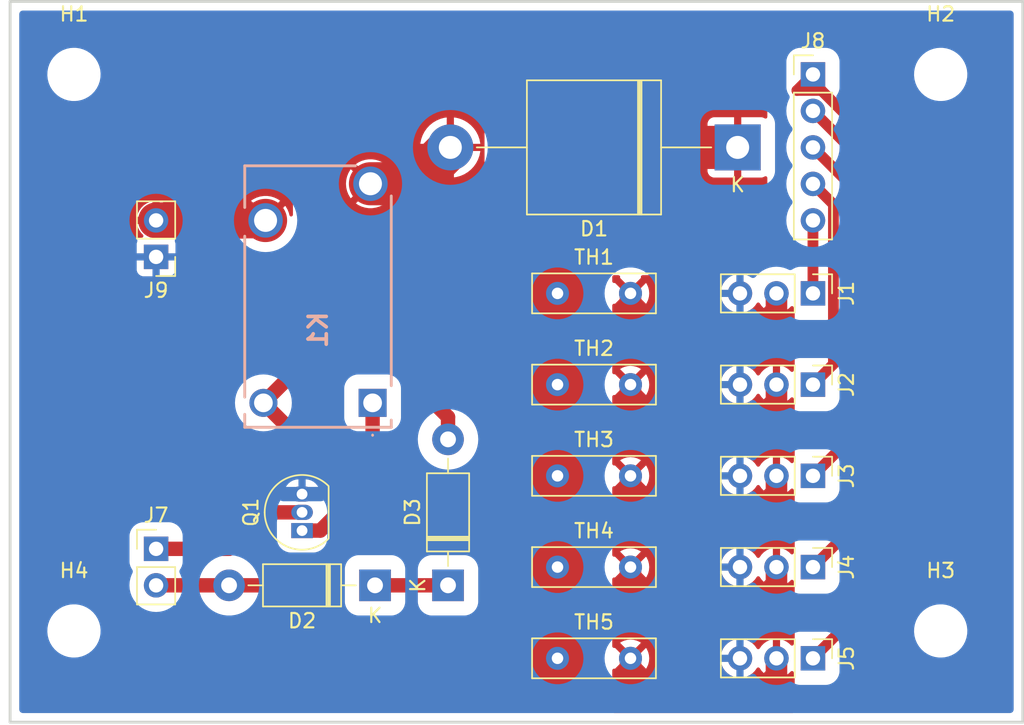
<source format=kicad_pcb>
(kicad_pcb (version 20221018) (generator pcbnew)
  (layers (0 "F.Cu" signal) (31 "B.Cu" signal) (34 "B.Paste" user) (35 "F.Paste" user) (36 "B.SilkS" user "B.Silkscreen") (37 "F.SilkS" user "F.Silkscreen") (38 "B.Mask" user) (39 "F.Mask" user) (44 "Edge.Cuts" user))
  (net 0 "")
  (net 1 "Net-(D2-K)")
  (net 2 "VCC")
  (net 3 "Net-(D3-A)")
  (net 4 "PWM0")
  (net 5 "Net-(J1-Pin_2)")
  (net 6 "GND")
  (net 7 "PWM1")
  (net 8 "Net-(J2-Pin_2)")
  (net 9 "PWM2")
  (net 10 "Net-(J3-Pin_2)")
  (net 11 "PWM3")
  (net 12 "Net-(J4-Pin_2)")
  (net 13 "PWM4")
  (net 14 "Net-(J5-Pin_2)")
  (net 15 "RelayControl")
  (net 16 "Net-(D1-K)")
  (net 17 "5V")
  (net 18 "Net-(D1-A)")
  (footprint "Diode_THT:D_P600_R-6_P20.00mm_Horizontal" (layer "F.Cu") (at 147.16 81.28 180)
    (fp_text reference "D1" (at 10 -5.67) (layer "F.SilkS"))
    (fp_text value "D_Zener")
    (fp_text user "K" (at 0 -2.6) (layer "F.SilkS"))
    (fp_line (start 1.84 0) (end 5.33 0) (stroke (width 0.12)) (layer "F.SilkS"))
    (fp_line (start 5.33 -4.67) (end 5.33 4.67) (stroke (width 0.12)) (layer "F.SilkS"))
    (fp_line (start 5.33 4.67) (end 14.67 4.67) (stroke (width 0.12)) (layer "F.SilkS"))
    (fp_line (start 6.695 -4.67) (end 6.695 4.67) (stroke (width 0.12)) (layer "F.SilkS"))
    (fp_line (start 6.815 -4.67) (end 6.815 4.67) (stroke (width 0.12)) (layer "F.SilkS"))
    (fp_line (start 6.935 -4.67) (end 6.935 4.67) (stroke (width 0.12)) (layer "F.SilkS"))
    (fp_line (start 14.67 -4.67) (end 5.33 -4.67) (stroke (width 0.12)) (layer "F.SilkS"))
    (fp_line (start 14.67 4.67) (end 14.67 -4.67) (stroke (width 0.12)) (layer "F.SilkS"))
    (fp_line (start 18.16 0) (end 14.67 0) (stroke (width 0.12)) (layer "F.SilkS"))
    (pad "1" thru_hole rect (at 0 0 180) (size 3.2 3.2) (drill 1.6) (layers "*.Cu" "*.Mask") (net 16 "Net-(D1-K)"))
    (pad "2" thru_hole oval (at 20 0 180) (size 3.2 3.2) (drill 1.6) (layers "*.Cu" "*.Mask") (net 18 "Net-(D1-A)"))
  )
  (footprint "Diode_THT:D_DO-41_SOD81_P10.16mm_Horizontal" (layer "F.Cu") (at 121.92 111.76 180)
    (fp_text reference "D2" (at 5.08 -2.47) (layer "F.SilkS"))
    (fp_text value "1N47xxA")
    (fp_text user "K" (at 0 -2.1) (layer "F.SilkS"))
    (fp_line (start 1.34 0) (end 2.36 0) (stroke (width 0.12)) (layer "F.SilkS"))
    (fp_line (start 2.36 -1.47) (end 2.36 1.47) (stroke (width 0.12)) (layer "F.SilkS"))
    (fp_line (start 2.36 1.47) (end 7.8 1.47) (stroke (width 0.12)) (layer "F.SilkS"))
    (fp_line (start 3.14 -1.47) (end 3.14 1.47) (stroke (width 0.12)) (layer "F.SilkS"))
    (fp_line (start 3.26 -1.47) (end 3.26 1.47) (stroke (width 0.12)) (layer "F.SilkS"))
    (fp_line (start 3.38 -1.47) (end 3.38 1.47) (stroke (width 0.12)) (layer "F.SilkS"))
    (fp_line (start 7.8 -1.47) (end 2.36 -1.47) (stroke (width 0.12)) (layer "F.SilkS"))
    (fp_line (start 7.8 1.47) (end 7.8 -1.47) (stroke (width 0.12)) (layer "F.SilkS"))
    (fp_line (start 8.82 0) (end 7.8 0) (stroke (width 0.12)) (layer "F.SilkS"))
    (pad "1" thru_hole rect (at 0 0 180) (size 2.2 2.2) (drill 1.1) (layers "*.Cu" "*.Mask") (net 1 "Net-(D2-K)"))
    (pad "2" thru_hole oval (at 10.16 0 180) (size 2.2 2.2) (drill 1.1) (layers "*.Cu" "*.Mask") (net 2 "VCC"))
  )
  (footprint "Connector_PinHeader_2.54mm:PinHeader_1x03_P2.54mm_Vertical" (layer "F.Cu") (at 152.4 116.84 -90)
    (fp_text reference "J5" (at 0 -2.33 90) (layer "F.SilkS"))
    (fp_text value "Conn_01x03")
    (fp_line (start -1.33 -1.33) (end 0 -1.33) (stroke (width 0.12)) (layer "F.SilkS"))
    (fp_line (start -1.33 0) (end -1.33 -1.33) (stroke (width 0.12)) (layer "F.SilkS"))
    (fp_line (start -1.33 1.27) (end -1.33 6.41) (stroke (width 0.12)) (layer "F.SilkS"))
    (fp_line (start -1.33 1.27) (end 1.33 1.27) (stroke (width 0.12)) (layer "F.SilkS"))
    (fp_line (start -1.33 6.41) (end 1.33 6.41) (stroke (width 0.12)) (layer "F.SilkS"))
    (fp_line (start 1.33 1.27) (end 1.33 6.41) (stroke (width 0.12)) (layer "F.SilkS"))
    (pad "1" thru_hole rect (at 0 0 270) (size 1.7 1.7) (drill 1) (layers "*.Cu" "*.Mask") (net 13 "PWM4"))
    (pad "2" thru_hole oval (at 0 2.54 270) (size 1.7 1.7) (drill 1) (layers "*.Cu" "*.Mask") (net 14 "Net-(J5-Pin_2)"))
    (pad "3" thru_hole oval (at 0 5.08 270) (size 1.7 1.7) (drill 1) (layers "*.Cu" "*.Mask") (net 6 "GND"))
  )
  (footprint "Resistor_THT:R_Box_L8.4mm_W2.5mm_P5.08mm" (layer "F.Cu") (at 134.62 104.14)
    (fp_text reference "TH3" (at 2.54 -2.52) (layer "F.SilkS"))
    (fp_text value "Thermistor_PTC")
    (fp_line (start -1.77 -1.39) (end -1.77 1.39) (stroke (width 0.12)) (layer "F.SilkS"))
    (fp_line (start -1.77 -1.39) (end 6.85 -1.39) (stroke (width 0.12)) (layer "F.SilkS"))
    (fp_line (start -1.77 1.39) (end 6.85 1.39) (stroke (width 0.12)) (layer "F.SilkS"))
    (fp_line (start 6.85 -1.39) (end 6.85 1.39) (stroke (width 0.12)) (layer "F.SilkS"))
    (pad "1" thru_hole circle (at 0 0) (size 1.6 1.6) (drill 0.8) (layers "*.Cu" "*.Mask") (net 16 "Net-(D1-K)"))
    (pad "2" thru_hole circle (at 5.08 0) (size 1.6 1.6) (drill 0.8) (layers "*.Cu" "*.Mask") (net 10 "Net-(J3-Pin_2)"))
  )
  (footprint "Connector_PinHeader_2.54mm:PinHeader_1x03_P2.54mm_Vertical" (layer "F.Cu") (at 152.4 110.49 -90)
    (fp_text reference "J4" (at 0 -2.33 90) (layer "F.SilkS"))
    (fp_text value "Conn_01x03")
    (fp_line (start -1.33 -1.33) (end 0 -1.33) (stroke (width 0.12)) (layer "F.SilkS"))
    (fp_line (start -1.33 0) (end -1.33 -1.33) (stroke (width 0.12)) (layer "F.SilkS"))
    (fp_line (start -1.33 1.27) (end -1.33 6.41) (stroke (width 0.12)) (layer "F.SilkS"))
    (fp_line (start -1.33 1.27) (end 1.33 1.27) (stroke (width 0.12)) (layer "F.SilkS"))
    (fp_line (start -1.33 6.41) (end 1.33 6.41) (stroke (width 0.12)) (layer "F.SilkS"))
    (fp_line (start 1.33 1.27) (end 1.33 6.41) (stroke (width 0.12)) (layer "F.SilkS"))
    (pad "1" thru_hole rect (at 0 0 270) (size 1.7 1.7) (drill 1) (layers "*.Cu" "*.Mask") (net 11 "PWM3"))
    (pad "2" thru_hole oval (at 0 2.54 270) (size 1.7 1.7) (drill 1) (layers "*.Cu" "*.Mask") (net 12 "Net-(J4-Pin_2)"))
    (pad "3" thru_hole oval (at 0 5.08 270) (size 1.7 1.7) (drill 1) (layers "*.Cu" "*.Mask") (net 6 "GND"))
  )
  (footprint "Connector_PinHeader_2.54mm:PinHeader_1x02_P2.54mm_Vertical" (layer "F.Cu") (at 106.68 88.9 180)
    (fp_text reference "J9" (at 0 -2.33) (layer "F.SilkS"))
    (fp_text value "Conn_01x02")
    (fp_line (start -1.33 -1.33) (end 0 -1.33) (stroke (width 0.12)) (layer "F.SilkS"))
    (fp_line (start -1.33 0) (end -1.33 -1.33) (stroke (width 0.12)) (layer "F.SilkS"))
    (fp_line (start -1.33 1.27) (end -1.33 3.87) (stroke (width 0.12)) (layer "F.SilkS"))
    (fp_line (start -1.33 1.27) (end 1.33 1.27) (stroke (width 0.12)) (layer "F.SilkS"))
    (fp_line (start -1.33 3.87) (end 1.33 3.87) (stroke (width 0.12)) (layer "F.SilkS"))
    (fp_line (start 1.33 1.27) (end 1.33 3.87) (stroke (width 0.12)) (layer "F.SilkS"))
    (pad "1" thru_hole rect (at 0 0 180) (size 1.7 1.7) (drill 1) (layers "*.Cu" "*.Mask") (net 6 "GND"))
    (pad "2" thru_hole oval (at 0 2.54 180) (size 1.7 1.7) (drill 1) (layers "*.Cu" "*.Mask") (net 17 "5V"))
  )
  (footprint "Package_TO_SOT_THT:TO-92_Inline" (layer "F.Cu") (at 116.84 107.95 90)
    (fp_text reference "Q1" (at 1.27 -3.56 90) (layer "F.SilkS"))
    (fp_text value "BC547")
    (fp_line (start -0.53 1.85) (end 3.07 1.85) (stroke (width 0.12)) (layer "F.SilkS"))
    (fp_arc (start -0.568478 1.838478) (mid -1.132087 -0.994977) (end 1.27 -2.6) (stroke (width 0.12)) (layer "F.SilkS"))
    (fp_arc (start 1.27 -2.6) (mid 3.672087 -0.994977) (end 3.108478 1.838478) (stroke (width 0.12)) (layer "F.SilkS"))
    (pad "1" thru_hole rect (at 0 0 90) (size 1.05 1.5) (drill 0.75) (layers "*.Cu" "*.Mask") (net 3 "Net-(D3-A)"))
    (pad "2" thru_hole oval (at 1.27 0 90) (size 1.05 1.5) (drill 0.75) (layers "*.Cu" "*.Mask") (net 15 "RelayControl"))
    (pad "3" thru_hole oval (at 2.54 0 90) (size 1.05 1.5) (drill 0.75) (layers "*.Cu" "*.Mask") (net 6 "GND"))
  )
  (footprint "Connector_PinHeader_2.54mm:PinHeader_1x02_P2.54mm_Vertical" (layer "F.Cu") (at 106.68 109.22)
    (fp_text reference "J7" (at 0 -2.33) (layer "F.SilkS"))
    (fp_text value "Conn_01x02")
    (fp_line (start -1.33 -1.33) (end 0 -1.33) (stroke (width 0.12)) (layer "F.SilkS"))
    (fp_line (start -1.33 0) (end -1.33 -1.33) (stroke (width 0.12)) (layer "F.SilkS"))
    (fp_line (start -1.33 1.27) (end -1.33 3.87) (stroke (width 0.12)) (layer "F.SilkS"))
    (fp_line (start -1.33 1.27) (end 1.33 1.27) (stroke (width 0.12)) (layer "F.SilkS"))
    (fp_line (start -1.33 3.87) (end 1.33 3.87) (stroke (width 0.12)) (layer "F.SilkS"))
    (fp_line (start 1.33 1.27) (end 1.33 3.87) (stroke (width 0.12)) (layer "F.SilkS"))
    (pad "1" thru_hole rect (at 0 0) (size 1.7 1.7) (drill 1) (layers "*.Cu" "*.Mask") (net 15 "RelayControl"))
    (pad "2" thru_hole oval (at 0 2.54) (size 1.7 1.7) (drill 1) (layers "*.Cu" "*.Mask") (net 2 "VCC"))
  )
  (footprint "Connector_PinHeader_2.54mm:PinHeader_1x05_P2.54mm_Vertical" (layer "F.Cu") (at 152.4 76.2)
    (fp_text reference "J8" (at 0 -2.33) (layer "F.SilkS"))
    (fp_text value "Conn_01x05")
    (fp_line (start -1.33 -1.33) (end 0 -1.33) (stroke (width 0.12)) (layer "F.SilkS"))
    (fp_line (start -1.33 0) (end -1.33 -1.33) (stroke (width 0.12)) (layer "F.SilkS"))
    (fp_line (start -1.33 1.27) (end -1.33 11.49) (stroke (width 0.12)) (layer "F.SilkS"))
    (fp_line (start -1.33 1.27) (end 1.33 1.27) (stroke (width 0.12)) (layer "F.SilkS"))
    (fp_line (start -1.33 11.49) (end 1.33 11.49) (stroke (width 0.12)) (layer "F.SilkS"))
    (fp_line (start 1.33 1.27) (end 1.33 11.49) (stroke (width 0.12)) (layer "F.SilkS"))
    (pad "1" thru_hole rect (at 0 0) (size 1.7 1.7) (drill 1) (layers "*.Cu" "*.Mask") (net 13 "PWM4"))
    (pad "2" thru_hole oval (at 0 2.54) (size 1.7 1.7) (drill 1) (layers "*.Cu" "*.Mask") (net 11 "PWM3"))
    (pad "3" thru_hole oval (at 0 5.08) (size 1.7 1.7) (drill 1) (layers "*.Cu" "*.Mask") (net 9 "PWM2"))
    (pad "4" thru_hole oval (at 0 7.62) (size 1.7 1.7) (drill 1) (layers "*.Cu" "*.Mask") (net 7 "PWM1"))
    (pad "5" thru_hole oval (at 0 10.16) (size 1.7 1.7) (drill 1) (layers "*.Cu" "*.Mask") (net 4 "PWM0"))
  )
  (footprint "Connector_PinHeader_2.54mm:PinHeader_1x03_P2.54mm_Vertical" (layer "F.Cu") (at 152.4 97.79 -90)
    (fp_text reference "J2" (at 0 -2.33 90) (layer "F.SilkS"))
    (fp_text value "Conn_01x03")
    (fp_line (start -1.33 -1.33) (end 0 -1.33) (stroke (width 0.12)) (layer "F.SilkS"))
    (fp_line (start -1.33 0) (end -1.33 -1.33) (stroke (width 0.12)) (layer "F.SilkS"))
    (fp_line (start -1.33 1.27) (end -1.33 6.41) (stroke (width 0.12)) (layer "F.SilkS"))
    (fp_line (start -1.33 1.27) (end 1.33 1.27) (stroke (width 0.12)) (layer "F.SilkS"))
    (fp_line (start -1.33 6.41) (end 1.33 6.41) (stroke (width 0.12)) (layer "F.SilkS"))
    (fp_line (start 1.33 1.27) (end 1.33 6.41) (stroke (width 0.12)) (layer "F.SilkS"))
    (pad "1" thru_hole rect (at 0 0 270) (size 1.7 1.7) (drill 1) (layers "*.Cu" "*.Mask") (net 7 "PWM1"))
    (pad "2" thru_hole oval (at 0 2.54 270) (size 1.7 1.7) (drill 1) (layers "*.Cu" "*.Mask") (net 8 "Net-(J2-Pin_2)"))
    (pad "3" thru_hole oval (at 0 5.08 270) (size 1.7 1.7) (drill 1) (layers "*.Cu" "*.Mask") (net 6 "GND"))
  )
  (footprint "MountingHole:MountingHole_3.2mm_M3" (layer "F.Cu") (at 100.965 76.2)
    (fp_text reference "H1" (at 0 -4.2) (layer "F.SilkS"))
    (fp_text value "MountingHole")
    (pad "" np_thru_hole circle (at 0 0) (size 3.2 3.2) (drill 3.2) (layers "*.Cu" "*.Mask"))
  )
  (footprint "Resistor_THT:R_Box_L8.4mm_W2.5mm_P5.08mm" (layer "F.Cu") (at 134.62 97.79)
    (fp_text reference "TH2" (at 2.54 -2.52) (layer "F.SilkS"))
    (fp_text value "Thermistor_PTC")
    (fp_line (start -1.77 -1.39) (end -1.77 1.39) (stroke (width 0.12)) (layer "F.SilkS"))
    (fp_line (start -1.77 -1.39) (end 6.85 -1.39) (stroke (width 0.12)) (layer "F.SilkS"))
    (fp_line (start -1.77 1.39) (end 6.85 1.39) (stroke (width 0.12)) (layer "F.SilkS"))
    (fp_line (start 6.85 -1.39) (end 6.85 1.39) (stroke (width 0.12)) (layer "F.SilkS"))
    (pad "1" thru_hole circle (at 0 0) (size 1.6 1.6) (drill 0.8) (layers "*.Cu" "*.Mask") (net 16 "Net-(D1-K)"))
    (pad "2" thru_hole circle (at 5.08 0) (size 1.6 1.6) (drill 0.8) (layers "*.Cu" "*.Mask") (net 8 "Net-(J2-Pin_2)"))
  )
  (footprint "Resistor_THT:R_Box_L8.4mm_W2.5mm_P5.08mm" (layer "F.Cu") (at 134.62 116.84)
    (fp_text reference "TH5" (at 2.54 -2.52) (layer "F.SilkS"))
    (fp_text value "Thermistor_PTC")
    (fp_line (start -1.77 -1.39) (end -1.77 1.39) (stroke (width 0.12)) (layer "F.SilkS"))
    (fp_line (start -1.77 -1.39) (end 6.85 -1.39) (stroke (width 0.12)) (layer "F.SilkS"))
    (fp_line (start -1.77 1.39) (end 6.85 1.39) (stroke (width 0.12)) (layer "F.SilkS"))
    (fp_line (start 6.85 -1.39) (end 6.85 1.39) (stroke (width 0.12)) (layer "F.SilkS"))
    (pad "1" thru_hole circle (at 0 0) (size 1.6 1.6) (drill 0.8) (layers "*.Cu" "*.Mask") (net 16 "Net-(D1-K)"))
    (pad "2" thru_hole circle (at 5.08 0) (size 1.6 1.6) (drill 0.8) (layers "*.Cu" "*.Mask") (net 14 "Net-(J5-Pin_2)"))
  )
  (footprint "Diode_THT:D_DO-41_SOD81_P10.16mm_Horizontal" (layer "F.Cu") (at 127 111.76 90)
    (fp_text reference "D3" (at 5.08 -2.47 90) (layer "F.SilkS"))
    (fp_text value "1N4001")
    (fp_text user "K" (at 0 -2.1 90) (layer "F.SilkS"))
    (fp_line (start 1.34 0) (end 2.36 0) (stroke (width 0.12)) (layer "F.SilkS"))
    (fp_line (start 2.36 -1.47) (end 2.36 1.47) (stroke (width 0.12)) (layer "F.SilkS"))
    (fp_line (start 2.36 1.47) (end 7.8 1.47) (stroke (width 0.12)) (layer "F.SilkS"))
    (fp_line (start 3.14 -1.47) (end 3.14 1.47) (stroke (width 0.12)) (layer "F.SilkS"))
    (fp_line (start 3.26 -1.47) (end 3.26 1.47) (stroke (width 0.12)) (layer "F.SilkS"))
    (fp_line (start 3.38 -1.47) (end 3.38 1.47) (stroke (width 0.12)) (layer "F.SilkS"))
    (fp_line (start 7.8 -1.47) (end 2.36 -1.47) (stroke (width 0.12)) (layer "F.SilkS"))
    (fp_line (start 7.8 1.47) (end 7.8 -1.47) (stroke (width 0.12)) (layer "F.SilkS"))
    (fp_line (start 8.82 0) (end 7.8 0) (stroke (width 0.12)) (layer "F.SilkS"))
    (pad "1" thru_hole rect (at 0 0 90) (size 2.2 2.2) (drill 1.1) (layers "*.Cu" "*.Mask") (net 1 "Net-(D2-K)"))
    (pad "2" thru_hole oval (at 10.16 0 90) (size 2.2 2.2) (drill 1.1) (layers "*.Cu" "*.Mask") (net 3 "Net-(D3-A)"))
  )
  (footprint "Resistor_THT:R_Box_L8.4mm_W2.5mm_P5.08mm" (layer "F.Cu") (at 134.62 110.49)
    (fp_text reference "TH4" (at 2.54 -2.52) (layer "F.SilkS"))
    (fp_text value "Thermistor_PTC")
    (fp_line (start -1.77 -1.39) (end -1.77 1.39) (stroke (width 0.12)) (layer "F.SilkS"))
    (fp_line (start -1.77 -1.39) (end 6.85 -1.39) (stroke (width 0.12)) (layer "F.SilkS"))
    (fp_line (start -1.77 1.39) (end 6.85 1.39) (stroke (width 0.12)) (layer "F.SilkS"))
    (fp_line (start 6.85 -1.39) (end 6.85 1.39) (stroke (width 0.12)) (layer "F.SilkS"))
    (pad "1" thru_hole circle (at 0 0) (size 1.6 1.6) (drill 0.8) (layers "*.Cu" "*.Mask") (net 16 "Net-(D1-K)"))
    (pad "2" thru_hole circle (at 5.08 0) (size 1.6 1.6) (drill 0.8) (layers "*.Cu" "*.Mask") (net 12 "Net-(J4-Pin_2)"))
  )
  (footprint "Connector_PinHeader_2.54mm:PinHeader_1x03_P2.54mm_Vertical" (layer "F.Cu") (at 152.4 104.14 -90)
    (fp_text reference "J3" (at 0 -2.33 90) (layer "F.SilkS"))
    (fp_text value "Conn_01x03")
    (fp_line (start -1.33 -1.33) (end 0 -1.33) (stroke (width 0.12)) (layer "F.SilkS"))
    (fp_line (start -1.33 0) (end -1.33 -1.33) (stroke (width 0.12)) (layer "F.SilkS"))
    (fp_line (start -1.33 1.27) (end -1.33 6.41) (stroke (width 0.12)) (layer "F.SilkS"))
    (fp_line (start -1.33 1.27) (end 1.33 1.27) (stroke (width 0.12)) (layer "F.SilkS"))
    (fp_line (start -1.33 6.41) (end 1.33 6.41) (stroke (width 0.12)) (layer "F.SilkS"))
    (fp_line (start 1.33 1.27) (end 1.33 6.41) (stroke (width 0.12)) (layer "F.SilkS"))
    (pad "1" thru_hole rect (at 0 0 270) (size 1.7 1.7) (drill 1) (layers "*.Cu" "*.Mask") (net 9 "PWM2"))
    (pad "2" thru_hole oval (at 0 2.54 270) (size 1.7 1.7) (drill 1) (layers "*.Cu" "*.Mask") (net 10 "Net-(J3-Pin_2)"))
    (pad "3" thru_hole oval (at 0 5.08 270) (size 1.7 1.7) (drill 1) (layers "*.Cu" "*.Mask") (net 6 "GND"))
  )
  (footprint "MountingHole:MountingHole_3.2mm_M3" (layer "F.Cu") (at 161.29 114.935)
    (fp_text reference "H3" (at 0 -4.2) (layer "F.SilkS"))
    (fp_text value "MountingHole")
    (pad "" np_thru_hole circle (at 0 0) (size 3.2 3.2) (drill 3.2) (layers "*.Cu" "*.Mask"))
  )
  (footprint "MountingHole:MountingHole_3.2mm_M3" (layer "F.Cu") (at 161.29 76.2)
    (fp_text reference "H2" (at 0 -4.2) (layer "F.SilkS"))
    (fp_text value "MountingHole")
    (pad "" np_thru_hole circle (at 0 0) (size 3.2 3.2) (drill 3.2) (layers "*.Cu" "*.Mask"))
  )
  (footprint "MountingHole:MountingHole_3.2mm_M3" (layer "F.Cu") (at 100.965 114.935)
    (fp_text reference "H4" (at 0 -4.2) (layer "F.SilkS"))
    (fp_text value "MountingHole")
    (pad "" np_thru_hole circle (at 0 0) (size 3.2 3.2) (drill 3.2) (layers "F&B.Cu" "*.Mask"))
  )
  (footprint "Connector_PinHeader_2.54mm:PinHeader_1x03_P2.54mm_Vertical" (layer "F.Cu") (at 152.4 91.44 -90)
    (fp_text reference "J1" (at 0 -2.33 90) (layer "F.SilkS"))
    (fp_text value "Conn_01x03")
    (fp_line (start -1.33 -1.33) (end 0 -1.33) (stroke (width 0.12)) (layer "F.SilkS"))
    (fp_line (start -1.33 0) (end -1.33 -1.33) (stroke (width 0.12)) (layer "F.SilkS"))
    (fp_line (start -1.33 1.27) (end -1.33 6.41) (stroke (width 0.12)) (layer "F.SilkS"))
    (fp_line (start -1.33 1.27) (end 1.33 1.27) (stroke (width 0.12)) (layer "F.SilkS"))
    (fp_line (start -1.33 6.41) (end 1.33 6.41) (stroke (width 0.12)) (layer "F.SilkS"))
    (fp_line (start 1.33 1.27) (end 1.33 6.41) (stroke (width 0.12)) (layer "F.SilkS"))
    (pad "1" thru_hole rect (at 0 0 270) (size 1.7 1.7) (drill 1) (layers "*.Cu" "*.Mask") (net 4 "PWM0"))
    (pad "2" thru_hole oval (at 0 2.54 270) (size 1.7 1.7) (drill 1) (layers "*.Cu" "*.Mask") (net 5 "Net-(J1-Pin_2)"))
    (pad "3" thru_hole oval (at 0 5.08 270) (size 1.7 1.7) (drill 1) (layers "*.Cu" "*.Mask") (net 6 "GND"))
  )
  (footprint "Resistor_THT:R_Box_L8.4mm_W2.5mm_P5.08mm" (layer "F.Cu") (at 134.62 91.44)
    (fp_text reference "TH1" (at 2.54 -2.52) (layer "F.SilkS"))
    (fp_text value "Thermistor_PTC")
    (fp_line (start -1.77 -1.39) (end -1.77 1.39) (stroke (width 0.12)) (layer "F.SilkS"))
    (fp_line (start -1.77 -1.39) (end 6.85 -1.39) (stroke (width 0.12)) (layer "F.SilkS"))
    (fp_line (start -1.77 1.39) (end 6.85 1.39) (stroke (width 0.12)) (layer "F.SilkS"))
    (fp_line (start 6.85 -1.39) (end 6.85 1.39) (stroke (width 0.12)) (layer "F.SilkS"))
    (pad "1" thru_hole circle (at 0 0) (size 1.6 1.6) (drill 0.8) (layers "*.Cu" "*.Mask") (net 16 "Net-(D1-K)"))
    (pad "2" thru_hole circle (at 5.08 0) (size 1.6 1.6) (drill 0.8) (layers "*.Cu" "*.Mask") (net 5 "Net-(J1-Pin_2)"))
  )
  (footprint "Custom:PR9 Relay" (layer "B.Cu") (at 121.75 99.06 90)
    (fp_text reference "K1" (at 5.08 -3.8 90) (layer "B.SilkS") (effects (font (size 1.27 1.27) (thickness 0.254)) (justify mirror)))
    (fp_text value "PR9-5V-200-1A" hide)
    (fp_line (start -2.3 0) (end -2.3 0) (stroke (width 0.1)) (layer "B.SilkS"))
    (fp_line (start -2.2 0) (end -2.2 0) (stroke (width 0.1)) (layer "B.SilkS"))
    (fp_line (start -1.7 -8.9) (end -0.8 -8.9) (stroke (width 0.2)) (layer "B.SilkS"))
    (fp_line (start -1.7 1.3) (end -1.7 -8.9) (stroke (width 0.2)) (layer "B.SilkS"))
    (fp_line (start -1.2 1.3) (end -1.7 1.3) (stroke (width 0.2)) (layer "B.SilkS"))
    (fp_line (start 0.4 -8.9) (end 11.6 -8.9) (stroke (width 0.2)) (layer "B.SilkS"))
    (fp_line (start 1.2 1.3) (end 14.4 1.3) (stroke (width 0.2)) (layer "B.SilkS"))
    (fp_line (start 13.6 -8.9) (end 16.5 -8.9) (stroke (width 0.2)) (layer "B.SilkS"))
    (fp_line (start 16.5 -8.9) (end 16.5 -1.2) (stroke (width 0.2)) (layer "B.SilkS"))
    (fp_arc (start -2.3 0) (mid -2.25 -0.05) (end -2.2 0) (stroke (width 0.1)) (layer "B.SilkS"))
    (fp_arc (start -2.2 0) (mid -2.25 0.05) (end -2.3 0) (stroke (width 0.1)) (layer "B.SilkS"))
    (pad "1" thru_hole rect (at 0 0 90) (size 1.95 1.95) (drill 1.3) (layers "*.Cu" "*.Mask") (net 2 "VCC"))
    (pad "2" thru_hole circle (at 0 -7.6 90) (size 1.95 1.95) (drill 1.3) (layers "*.Cu" "*.Mask") (net 3 "Net-(D3-A)"))
    (pad "3" thru_hole circle (at 12.7 -7.45 90) (size 2.4 2.4) (drill 1.6) (layers "*.Cu" "*.Mask") (net 17 "5V"))
    (pad "4" thru_hole circle (at 15.25 -0.15 90) (size 2.4 2.4) (drill 1.6) (layers "*.Cu" "*.Mask") (net 18 "Net-(D1-A)"))
  )
  (gr_line (start 167.005 121.285) (end 96.52 121.285) (stroke (width 0.2)) (layer "Edge.Cuts"))
  (gr_line (start 167.005 71.12) (end 167.005 121.285) (stroke (width 0.2)) (layer "Edge.Cuts"))
  (gr_line (start 96.52 121.285) (end 96.52 71.12) (stroke (width 0.2)) (layer "Edge.Cuts"))
  (gr_line (start 96.52 71.12) (end 167.005 71.12) (stroke (width 0.2)) (layer "Edge.Cuts"))
  (segment (start 121.92 111.76) (end 127 111.76) (width 1) (layer "F.Cu") (net 1))
  (segment (start 116.84 111.76) (end 121.75 106.85) (width 1) (layer "F.Cu") (net 2))
  (segment (start 111.76 111.76) (end 116.84 111.76) (width 1) (layer "F.Cu") (net 2))
  (segment (start 106.68 111.76) (end 111.76 111.76) (width 1) (layer "F.Cu") (net 2))
  (segment (start 121.75 99.06) (end 121.75 106.85) (width 1) (layer "F.Cu") (net 2))
  (segment (start 114.15 99.06) (end 119.38 104.29) (width 1) (layer "F.Cu") (net 3))
  (segment (start 119.38 106.68) (end 118.11 107.95) (width 1) (layer "F.Cu") (net 3))
  (segment (start 119.38 104.29) (end 119.38 106.68) (width 1) (layer "F.Cu") (net 3))
  (segment (start 116.69 96.52) (end 114.15 99.06) (width 1) (layer "F.Cu") (net 3))
  (segment (start 127 101.6) (end 127 100.044366) (width 1) (layer "F.Cu") (net 3))
  (segment (start 118.11 107.95) (end 116.84 107.95) (width 1) (layer "F.Cu") (net 3))
  (segment (start 123.475634 96.52) (end 116.69 96.52) (width 1) (layer "F.Cu") (net 3))
  (segment (start 127 100.044366) (end 123.475634 96.52) (width 1) (layer "F.Cu") (net 3))
  (segment (start 152.4 86.36) (end 152.4 91.44) (width 0.75) (layer "F.Cu") (net 4))
  (segment (start 149.86 91.44) (end 149.86 92.642081) (width 1.5) (layer "F.Cu") (net 5))
  (segment (start 140.97 93.98) (end 139.7 92.71) (width 1.5) (layer "F.Cu") (net 5))
  (segment (start 139.7 92.71) (end 139.7 91.44) (width 1.5) (layer "F.Cu") (net 5))
  (segment (start 149.86 92.642081) (end 148.522081 93.98) (width 1.5) (layer "F.Cu") (net 5))
  (segment (start 148.522081 93.98) (end 140.97 93.98) (width 1.5) (layer "F.Cu") (net 5))
  (segment (start 115.57 105.41) (end 116.84 105.41) (width 1) (layer "B.Cu") (net 6))
  (segment (start 116.84 105.41) (end 118.11 105.41) (width 1) (layer "B.Cu") (net 6))
  (segment (start 153.825 85.245) (end 153.825 96.365) (width 0.75) (layer "F.Cu") (net 7))
  (segment (start 153.825 96.365) (end 152.4 97.79) (width 0.75) (layer "F.Cu") (net 7))
  (segment (start 152.4 83.82) (end 153.825 85.245) (width 0.75) (layer "F.Cu") (net 7))
  (segment (start 149.86 97.79) (end 149.86 98.992081) (width 1.5) (layer "F.Cu") (net 8))
  (segment (start 149.86 98.992081) (end 148.522081 100.33) (width 1.5) (layer "F.Cu") (net 8))
  (segment (start 140.97 100.33) (end 139.7 99.06) (width 1.5) (layer "F.Cu") (net 8))
  (segment (start 139.7 99.06) (end 139.7 97.79) (width 1.5) (layer "F.Cu") (net 8))
  (segment (start 148.522081 100.33) (end 140.97 100.33) (width 1.5) (layer "F.Cu") (net 8))
  (segment (start 152.4 81.28) (end 154.775 83.655) (width 0.75) (layer "F.Cu") (net 9))
  (segment (start 154.775 101.765) (end 152.4 104.14) (width 0.75) (layer "F.Cu") (net 9))
  (segment (start 154.775 83.655) (end 154.775 101.765) (width 0.75) (layer "F.Cu") (net 9))
  (segment (start 139.7 105.41) (end 139.7 104.14) (width 1.5) (layer "F.Cu") (net 10))
  (segment (start 149.86 104.14) (end 149.86 105.342081) (width 1.5) (layer "F.Cu") (net 10))
  (segment (start 148.522081 106.68) (end 140.97 106.68) (width 1.5) (layer "F.Cu") (net 10))
  (segment (start 140.97 106.68) (end 139.7 105.41) (width 1.5) (layer "F.Cu") (net 10))
  (segment (start 149.86 105.342081) (end 148.522081 106.68) (width 1.5) (layer "F.Cu") (net 10))
  (segment (start 155.725 82.065) (end 155.725 107.165) (width 0.75) (layer "F.Cu") (net 11))
  (segment (start 152.4 78.74) (end 155.725 82.065) (width 0.75) (layer "F.Cu") (net 11))
  (segment (start 155.725 107.165) (end 152.4 110.49) (width 0.75) (layer "F.Cu") (net 11))
  (segment (start 139.7 110.49) (end 139.7 111.76) (width 1.5) (layer "F.Cu") (net 12))
  (segment (start 139.7 111.76) (end 140.97 113.03) (width 1.5) (layer "F.Cu") (net 12))
  (segment (start 148.522081 113.03) (end 149.86 111.692081) (width 1.5) (layer "F.Cu") (net 12))
  (segment (start 149.86 111.692081) (end 149.86 110.49) (width 1.5) (layer "F.Cu") (net 12))
  (segment (start 140.97 113.03) (end 148.522081 113.03) (width 1.5) (layer "F.Cu") (net 12))
  (segment (start 156.675 112.565) (end 152.4 116.84) (width 0.75) (layer "F.Cu") (net 13))
  (segment (start 156.675 80.999745) (end 156.675 112.565) (width 0.75) (layer "F.Cu") (net 13))
  (segment (start 151.285 77.315) (end 152.990255 77.315) (width 0.75) (layer "F.Cu") (net 13))
  (segment (start 152.990255 77.315) (end 156.675 80.999745) (width 0.75) (layer "F.Cu") (net 13))
  (segment (start 152.4 76.2) (end 151.285 77.315) (width 0.75) (layer "F.Cu") (net 13))
  (segment (start 140.97 119.38) (end 139.7 118.11) (width 1.5) (layer "F.Cu") (net 14))
  (segment (start 149.86 116.84) (end 149.86 118.042081) (width 1.5) (layer "F.Cu") (net 14))
  (segment (start 149.86 118.042081) (end 148.522081 119.38) (width 1.5) (layer "F.Cu") (net 14))
  (segment (start 148.522081 119.38) (end 140.97 119.38) (width 1.5) (layer "F.Cu") (net 14))
  (segment (start 139.7 118.11) (end 139.7 116.84) (width 1.5) (layer "F.Cu") (net 14))
  (segment (start 111.76 109.22) (end 106.68 109.22) (width 1) (layer "F.Cu") (net 15))
  (segment (start 116.84 106.68) (end 114.3 106.68) (width 1) (layer "F.Cu") (net 15))
  (segment (start 114.3 106.68) (end 111.76 109.22) (width 1) (layer "F.Cu") (net 15))
  (segment (start 147.16 81.28) (end 142.875 81.28) (width 3) (layer "F.Cu") (net 16))
  (segment (start 142.875 81.28) (end 134.62 89.535) (width 3) (layer "F.Cu") (net 16))
  (segment (start 134.62 89.535) (end 134.62 116.84) (width 3) (layer "F.Cu") (net 16))
  (segment (start 114.3 86.36) (end 114.29 86.37) (width 3) (layer "F.Cu") (net 17))
  (segment (start 106.68 86.36) (end 114.3 86.36) (width 2.5) (layer "F.Cu") (net 17))
  (segment (start 124.63 83.81) (end 127.16 81.28) (width 3) (layer "F.Cu") (net 18))
  (segment (start 121.6 83.81) (end 124.63 83.81) (width 3) (layer "F.Cu") (net 18))
  (zone (net 10) (net_name "Net-(J3-Pin_2)") (layer "F.Cu") (priority 5) (connect_pads (clearance 0.5)) (min_thickness 0.25) (fill yes (thermal_gap 0.5) (thermal_bridge_width 0.5))
    (polygon (pts (xy 138.43 102.235) (xy 151.13 102.235) (xy 151.13 107.95) (xy 138.43 107.95)))
  )
  (zone (net 12) (net_name "Net-(J4-Pin_2)") (layer "F.Cu") (priority 6) (connect_pads (clearance 0.5)) (min_thickness 0.25) (fill yes (thermal_gap 0.5) (thermal_bridge_width 0.5))
    (polygon (pts (xy 138.43 108.585) (xy 151.13 108.585) (xy 151.13 114.3) (xy 138.43 114.3)))
  )
  (zone (net 16) (net_name "Net-(D1-K)") (layer "F.Cu") (priority 2) (connect_pads (clearance 0.5)) (min_thickness 0.25) (fill yes (thermal_gap 0.5) (thermal_bridge_width 0.5))
    (polygon (pts (xy 137.155 90.805) (xy 140.97 86.995) (xy 149.225 86.995) (xy 149.225 76.2) (xy 131.445 76.2) (xy 131.445 120.015) (xy 137.16 120.015)))
  )
  (zone (net 17) (net_name "5V") (layer "F.Cu") (connect_pads (clearance 0.5)) (min_thickness 0.25) (fill yes (thermal_gap 0.5) (thermal_bridge_width 0.5))
    (polygon (pts (xy 103.505 87.63) (xy 103.505 80.01) (xy 109.855 76.2) (xy 116.205 76.2) (xy 116.205 87.63)))
  )
  (zone (net 14) (net_name "Net-(J5-Pin_2)") (layer "F.Cu") (priority 7) (connect_pads (clearance 0.5)) (min_thickness 0.25) (fill yes (thermal_gap 0.5) (thermal_bridge_width 0.5))
    (polygon (pts (xy 138.43 114.935) (xy 138.43 120.65) (xy 151.13 120.65) (xy 151.13 114.935)))
  )
  (zone (net 5) (net_name "Net-(J1-Pin_2)") (layer "F.Cu") (priority 3) (connect_pads (clearance 0.5)) (min_thickness 0.25) (fill yes (thermal_gap 0.5) (thermal_bridge_width 0.5))
    (polygon (pts (xy 138.43 90.17) (xy 151.13 90.17) (xy 151.13 95.25) (xy 138.43 95.25)))
  )
  (zone (net 8) (net_name "Net-(J2-Pin_2)") (layer "F.Cu") (priority 4) (connect_pads (clearance 0.5)) (min_thickness 0.25) (fill yes (thermal_gap 0.5) (thermal_bridge_width 0.5))
    (polygon (pts (xy 138.43 95.885) (xy 151.13 95.885) (xy 151.13 101.6) (xy 138.43 101.6)))
  )
  (zone (net 18) (net_name "Net-(D1-A)") (layer "F.Cu") (priority 1) (connect_pads (clearance 0.5)) (min_thickness 0.25) (fill yes (thermal_gap 0.5) (thermal_bridge_width 0.5))
    (polygon (pts (xy 118.11 76.2) (xy 129.54 76.2) (xy 129.54 87.63) (xy 118.11 87.63)))
  )
  (zone (net 6) (net_name "GND") (layer "B.Cu") (priority 8) (connect_pads (clearance 1)) (min_thickness 0.5) (fill yes (thermal_gap 0.5) (thermal_bridge_width 0.5))
    (polygon (pts (xy 97.155 71.755) (xy 166.37 71.755) (xy 166.37 120.65) (xy 97.155 120.65)))
  )
)
</source>
